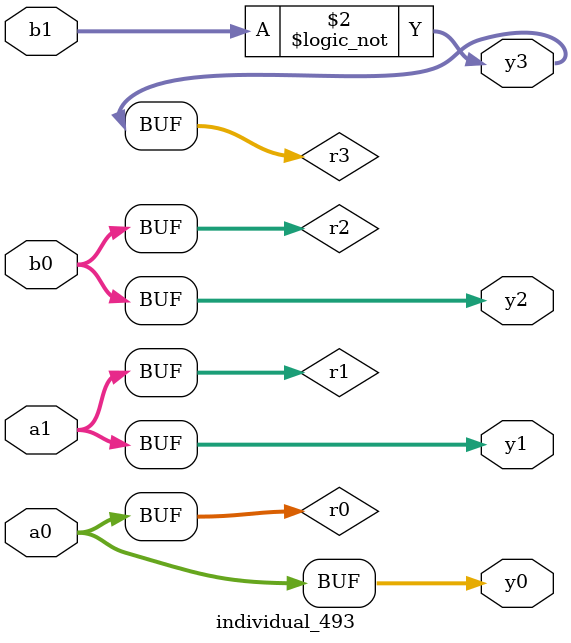
<source format=sv>
module individual_493(input logic [15:0] a1, input logic [15:0] a0, input logic [15:0] b1, input logic [15:0] b0, output logic [15:0] y3, output logic [15:0] y2, output logic [15:0] y1, output logic [15:0] y0);
logic [15:0] r0, r1, r2, r3; 
 always@(*) begin 
	 r0 = a0; r1 = a1; r2 = b0; r3 = b1; 
 	 r3 = ! b1 ;
 	 y3 = r3; y2 = r2; y1 = r1; y0 = r0; 
end
endmodule
</source>
